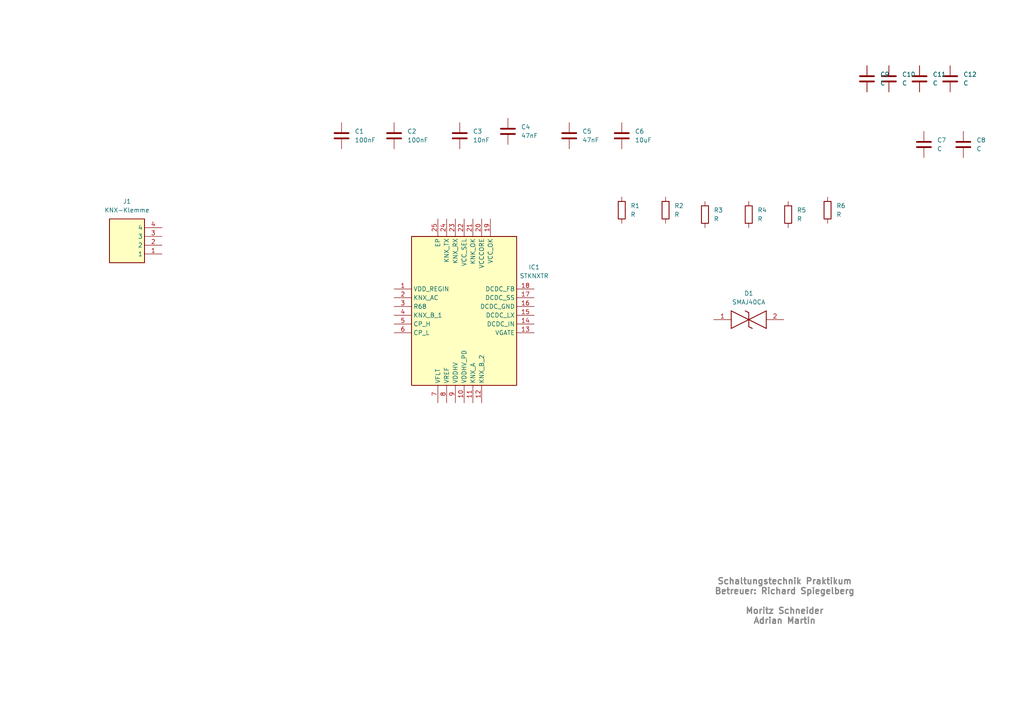
<source format=kicad_sch>
(kicad_sch
	(version 20231120)
	(generator "eeschema")
	(generator_version "8.0")
	(uuid "ce2f45a0-f645-4b9b-b4bd-a48359bbd591")
	(paper "A4")
	(lib_symbols
		(symbol "3-282836-2:3-282836-2"
			(exclude_from_sim no)
			(in_bom yes)
			(on_board yes)
			(property "Reference" "J"
				(at 16.51 7.62 0)
				(effects
					(font
						(size 1.27 1.27)
					)
					(justify left top)
				)
			)
			(property "Value" "3-282836-2"
				(at 16.51 5.08 0)
				(effects
					(font
						(size 1.27 1.27)
					)
					(justify left top)
				)
			)
			(property "Footprint" "3-282836-2"
				(at 16.51 -94.92 0)
				(effects
					(font
						(size 1.27 1.27)
					)
					(justify left top)
					(hide yes)
				)
			)
			(property "Datasheet" "https://www.te.com/commerce/DocumentDelivery/DDEController?Action=srchrtrv&DocNm=1-1773458-1_EURO_STYLE_QRG&DocType=Data+Sheet&DocLang=English&PartCntxt=3-282836-2&DocFormat=pdf"
				(at 16.51 -194.92 0)
				(effects
					(font
						(size 1.27 1.27)
					)
					(justify left top)
					(hide yes)
				)
			)
			(property "Description" "Fixed Terminal Blocks TERMI-BLOK PCB MOUNT 90 4P Ke"
				(at 0 0 0)
				(effects
					(font
						(size 1.27 1.27)
					)
					(hide yes)
				)
			)
			(property "Height" ""
				(at 16.51 -394.92 0)
				(effects
					(font
						(size 1.27 1.27)
					)
					(justify left top)
					(hide yes)
				)
			)
			(property "Manufacturer_Name" "TE Connectivity"
				(at 16.51 -494.92 0)
				(effects
					(font
						(size 1.27 1.27)
					)
					(justify left top)
					(hide yes)
				)
			)
			(property "Manufacturer_Part_Number" "3-282836-2"
				(at 16.51 -594.92 0)
				(effects
					(font
						(size 1.27 1.27)
					)
					(justify left top)
					(hide yes)
				)
			)
			(property "Mouser Part Number" "571-3-282836-2"
				(at 16.51 -694.92 0)
				(effects
					(font
						(size 1.27 1.27)
					)
					(justify left top)
					(hide yes)
				)
			)
			(property "Mouser Price/Stock" "https://www.mouser.co.uk/ProductDetail/TE-Connectivity/3-282836-2?qs=kTKVN3NWb5HKrHoMyUSSow%3D%3D"
				(at 16.51 -794.92 0)
				(effects
					(font
						(size 1.27 1.27)
					)
					(justify left top)
					(hide yes)
				)
			)
			(property "Arrow Part Number" "3-282836-2"
				(at 16.51 -894.92 0)
				(effects
					(font
						(size 1.27 1.27)
					)
					(justify left top)
					(hide yes)
				)
			)
			(property "Arrow Price/Stock" "https://www.arrow.com/en/products/3-282836-2/te-connectivity"
				(at 16.51 -994.92 0)
				(effects
					(font
						(size 1.27 1.27)
					)
					(justify left top)
					(hide yes)
				)
			)
			(symbol "3-282836-2_1_1"
				(rectangle
					(start 5.08 2.54)
					(end 15.24 -10.16)
					(stroke
						(width 0.254)
						(type default)
					)
					(fill
						(type background)
					)
				)
				(pin passive line
					(at 0 0 0)
					(length 5.08)
					(name "1"
						(effects
							(font
								(size 1.27 1.27)
							)
						)
					)
					(number "1"
						(effects
							(font
								(size 1.27 1.27)
							)
						)
					)
				)
				(pin passive line
					(at 0 -2.54 0)
					(length 5.08)
					(name "2"
						(effects
							(font
								(size 1.27 1.27)
							)
						)
					)
					(number "2"
						(effects
							(font
								(size 1.27 1.27)
							)
						)
					)
				)
				(pin passive line
					(at 0 -5.08 0)
					(length 5.08)
					(name "3"
						(effects
							(font
								(size 1.27 1.27)
							)
						)
					)
					(number "3"
						(effects
							(font
								(size 1.27 1.27)
							)
						)
					)
				)
				(pin passive line
					(at 0 -7.62 0)
					(length 5.08)
					(name "4"
						(effects
							(font
								(size 1.27 1.27)
							)
						)
					)
					(number "4"
						(effects
							(font
								(size 1.27 1.27)
							)
						)
					)
				)
			)
		)
		(symbol "Device:C"
			(pin_numbers hide)
			(pin_names
				(offset 0.254)
			)
			(exclude_from_sim no)
			(in_bom yes)
			(on_board yes)
			(property "Reference" "C"
				(at 0.635 2.54 0)
				(effects
					(font
						(size 1.27 1.27)
					)
					(justify left)
				)
			)
			(property "Value" "C"
				(at 0.635 -2.54 0)
				(effects
					(font
						(size 1.27 1.27)
					)
					(justify left)
				)
			)
			(property "Footprint" ""
				(at 0.9652 -3.81 0)
				(effects
					(font
						(size 1.27 1.27)
					)
					(hide yes)
				)
			)
			(property "Datasheet" "~"
				(at 0 0 0)
				(effects
					(font
						(size 1.27 1.27)
					)
					(hide yes)
				)
			)
			(property "Description" "Unpolarized capacitor"
				(at 0 0 0)
				(effects
					(font
						(size 1.27 1.27)
					)
					(hide yes)
				)
			)
			(property "ki_keywords" "cap capacitor"
				(at 0 0 0)
				(effects
					(font
						(size 1.27 1.27)
					)
					(hide yes)
				)
			)
			(property "ki_fp_filters" "C_*"
				(at 0 0 0)
				(effects
					(font
						(size 1.27 1.27)
					)
					(hide yes)
				)
			)
			(symbol "C_0_1"
				(polyline
					(pts
						(xy -2.032 -0.762) (xy 2.032 -0.762)
					)
					(stroke
						(width 0.508)
						(type default)
					)
					(fill
						(type none)
					)
				)
				(polyline
					(pts
						(xy -2.032 0.762) (xy 2.032 0.762)
					)
					(stroke
						(width 0.508)
						(type default)
					)
					(fill
						(type none)
					)
				)
			)
			(symbol "C_1_1"
				(pin passive line
					(at 0 3.81 270)
					(length 2.794)
					(name "~"
						(effects
							(font
								(size 1.27 1.27)
							)
						)
					)
					(number "1"
						(effects
							(font
								(size 1.27 1.27)
							)
						)
					)
				)
				(pin passive line
					(at 0 -3.81 90)
					(length 2.794)
					(name "~"
						(effects
							(font
								(size 1.27 1.27)
							)
						)
					)
					(number "2"
						(effects
							(font
								(size 1.27 1.27)
							)
						)
					)
				)
			)
		)
		(symbol "Device:R"
			(pin_numbers hide)
			(pin_names
				(offset 0)
			)
			(exclude_from_sim no)
			(in_bom yes)
			(on_board yes)
			(property "Reference" "R"
				(at 2.032 0 90)
				(effects
					(font
						(size 1.27 1.27)
					)
				)
			)
			(property "Value" "R"
				(at 0 0 90)
				(effects
					(font
						(size 1.27 1.27)
					)
				)
			)
			(property "Footprint" ""
				(at -1.778 0 90)
				(effects
					(font
						(size 1.27 1.27)
					)
					(hide yes)
				)
			)
			(property "Datasheet" "~"
				(at 0 0 0)
				(effects
					(font
						(size 1.27 1.27)
					)
					(hide yes)
				)
			)
			(property "Description" "Resistor"
				(at 0 0 0)
				(effects
					(font
						(size 1.27 1.27)
					)
					(hide yes)
				)
			)
			(property "ki_keywords" "R res resistor"
				(at 0 0 0)
				(effects
					(font
						(size 1.27 1.27)
					)
					(hide yes)
				)
			)
			(property "ki_fp_filters" "R_*"
				(at 0 0 0)
				(effects
					(font
						(size 1.27 1.27)
					)
					(hide yes)
				)
			)
			(symbol "R_0_1"
				(rectangle
					(start -1.016 -2.54)
					(end 1.016 2.54)
					(stroke
						(width 0.254)
						(type default)
					)
					(fill
						(type none)
					)
				)
			)
			(symbol "R_1_1"
				(pin passive line
					(at 0 3.81 270)
					(length 1.27)
					(name "~"
						(effects
							(font
								(size 1.27 1.27)
							)
						)
					)
					(number "1"
						(effects
							(font
								(size 1.27 1.27)
							)
						)
					)
				)
				(pin passive line
					(at 0 -3.81 90)
					(length 1.27)
					(name "~"
						(effects
							(font
								(size 1.27 1.27)
							)
						)
					)
					(number "2"
						(effects
							(font
								(size 1.27 1.27)
							)
						)
					)
				)
			)
		)
		(symbol "SMAJ40CA:SMAJ40CA"
			(pin_names hide)
			(exclude_from_sim no)
			(in_bom yes)
			(on_board yes)
			(property "Reference" "D"
				(at 12.7 8.89 0)
				(effects
					(font
						(size 1.27 1.27)
					)
					(justify left bottom)
				)
			)
			(property "Value" "SMAJ40CA"
				(at 12.7 6.35 0)
				(effects
					(font
						(size 1.27 1.27)
					)
					(justify left bottom)
				)
			)
			(property "Footprint" "DIONM5026X229N"
				(at 12.7 -93.65 0)
				(effects
					(font
						(size 1.27 1.27)
					)
					(justify left bottom)
					(hide yes)
				)
			)
			(property "Datasheet" "https://www.littelfuse.com/~/media/electronics/datasheets/tvs_diodes/littelfuse_tvs_diode_smaj_datasheet.pdf.pdf"
				(at 12.7 -193.65 0)
				(effects
					(font
						(size 1.27 1.27)
					)
					(justify left bottom)
					(hide yes)
				)
			)
			(property "Description" "Littelfuse SMAJ40CA, Bi-Directional TVS Diode, 400W, 2-Pin DO-214AC"
				(at 0 0 0)
				(effects
					(font
						(size 1.27 1.27)
					)
					(hide yes)
				)
			)
			(property "Height" "2.29"
				(at 12.7 -393.65 0)
				(effects
					(font
						(size 1.27 1.27)
					)
					(justify left bottom)
					(hide yes)
				)
			)
			(property "Manufacturer_Name" "LITTELFUSE"
				(at 12.7 -493.65 0)
				(effects
					(font
						(size 1.27 1.27)
					)
					(justify left bottom)
					(hide yes)
				)
			)
			(property "Manufacturer_Part_Number" "SMAJ40CA"
				(at 12.7 -593.65 0)
				(effects
					(font
						(size 1.27 1.27)
					)
					(justify left bottom)
					(hide yes)
				)
			)
			(property "Mouser Part Number" "576-SMAJ40CA"
				(at 12.7 -693.65 0)
				(effects
					(font
						(size 1.27 1.27)
					)
					(justify left bottom)
					(hide yes)
				)
			)
			(property "Mouser Price/Stock" "https://www.mouser.co.uk/ProductDetail/Littelfuse/SMAJ40CA?qs=HR2RnyOI4E5U5m64Acl0Sw%3D%3D"
				(at 12.7 -793.65 0)
				(effects
					(font
						(size 1.27 1.27)
					)
					(justify left bottom)
					(hide yes)
				)
			)
			(property "Arrow Part Number" "SMAJ40CA"
				(at 12.7 -893.65 0)
				(effects
					(font
						(size 1.27 1.27)
					)
					(justify left bottom)
					(hide yes)
				)
			)
			(property "Arrow Price/Stock" "https://www.arrow.com/en/products/smaj40ca/littelfuse?region=nac"
				(at 12.7 -993.65 0)
				(effects
					(font
						(size 1.27 1.27)
					)
					(justify left bottom)
					(hide yes)
				)
			)
			(symbol "SMAJ40CA_1_1"
				(polyline
					(pts
						(xy 5.08 2.54) (xy 5.08 -2.54)
					)
					(stroke
						(width 0.254)
						(type default)
					)
					(fill
						(type none)
					)
				)
				(polyline
					(pts
						(xy 5.08 2.54) (xy 10.16 0)
					)
					(stroke
						(width 0.254)
						(type default)
					)
					(fill
						(type none)
					)
				)
				(polyline
					(pts
						(xy 9.144 2.54) (xy 10.16 2.032)
					)
					(stroke
						(width 0.254)
						(type default)
					)
					(fill
						(type none)
					)
				)
				(polyline
					(pts
						(xy 10.16 -2.032) (xy 10.16 2.032)
					)
					(stroke
						(width 0.254)
						(type default)
					)
					(fill
						(type none)
					)
				)
				(polyline
					(pts
						(xy 10.16 -2.032) (xy 11.176 -2.54)
					)
					(stroke
						(width 0.254)
						(type default)
					)
					(fill
						(type none)
					)
				)
				(polyline
					(pts
						(xy 10.16 0) (xy 5.08 -2.54)
					)
					(stroke
						(width 0.254)
						(type default)
					)
					(fill
						(type none)
					)
				)
				(polyline
					(pts
						(xy 10.16 0) (xy 15.24 -2.54)
					)
					(stroke
						(width 0.254)
						(type default)
					)
					(fill
						(type none)
					)
				)
				(polyline
					(pts
						(xy 15.24 2.54) (xy 10.16 0)
					)
					(stroke
						(width 0.254)
						(type default)
					)
					(fill
						(type none)
					)
				)
				(polyline
					(pts
						(xy 15.24 2.54) (xy 15.24 -2.54)
					)
					(stroke
						(width 0.254)
						(type default)
					)
					(fill
						(type none)
					)
				)
				(pin passive line
					(at 0 0 0)
					(length 5.08)
					(name "1"
						(effects
							(font
								(size 1.27 1.27)
							)
						)
					)
					(number "1"
						(effects
							(font
								(size 1.27 1.27)
							)
						)
					)
				)
				(pin passive line
					(at 20.32 0 180)
					(length 5.08)
					(name "2"
						(effects
							(font
								(size 1.27 1.27)
							)
						)
					)
					(number "2"
						(effects
							(font
								(size 1.27 1.27)
							)
						)
					)
				)
			)
		)
		(symbol "STKNXTR:STKNXTR"
			(exclude_from_sim no)
			(in_bom yes)
			(on_board yes)
			(property "Reference" "IC"
				(at 36.83 20.32 0)
				(effects
					(font
						(size 1.27 1.27)
					)
					(justify left top)
				)
			)
			(property "Value" "STKNXTR"
				(at 36.83 17.78 0)
				(effects
					(font
						(size 1.27 1.27)
					)
					(justify left top)
				)
			)
			(property "Footprint" "QFN50P400X400X100-25N-D"
				(at 36.83 -82.22 0)
				(effects
					(font
						(size 1.27 1.27)
					)
					(justify left top)
					(hide yes)
				)
			)
			(property "Datasheet" "http://www.st.com/content/ccc/resource/technical/document/datasheet/group3/f0/37/6c/65/42/cd/4e/da/DM00454674/files/DM00454674.pdf/jcr:content/translations/en.DM00454674.pdf"
				(at 36.83 -182.22 0)
				(effects
					(font
						(size 1.27 1.27)
					)
					(justify left top)
					(hide yes)
				)
			)
			(property "Description" "STMICROELECTRONICS - STKNXTR - ETHERNET TRANSCEIVER, 9.6KBAUD, VFQFPN24"
				(at 0 0 0)
				(effects
					(font
						(size 1.27 1.27)
					)
					(hide yes)
				)
			)
			(property "Height" "1"
				(at 36.83 -382.22 0)
				(effects
					(font
						(size 1.27 1.27)
					)
					(justify left top)
					(hide yes)
				)
			)
			(property "Manufacturer_Name" "STMicroelectronics"
				(at 36.83 -482.22 0)
				(effects
					(font
						(size 1.27 1.27)
					)
					(justify left top)
					(hide yes)
				)
			)
			(property "Manufacturer_Part_Number" "STKNXTR"
				(at 36.83 -582.22 0)
				(effects
					(font
						(size 1.27 1.27)
					)
					(justify left top)
					(hide yes)
				)
			)
			(property "Mouser Part Number" "511-STKNXTR"
				(at 36.83 -682.22 0)
				(effects
					(font
						(size 1.27 1.27)
					)
					(justify left top)
					(hide yes)
				)
			)
			(property "Mouser Price/Stock" "https://www.mouser.co.uk/ProductDetail/STMicroelectronics/STKNXTR?qs=lYGu3FyN48cC0CqtOx84%252BQ%3D%3D"
				(at 36.83 -782.22 0)
				(effects
					(font
						(size 1.27 1.27)
					)
					(justify left top)
					(hide yes)
				)
			)
			(property "Arrow Part Number" "STKNXTR"
				(at 36.83 -882.22 0)
				(effects
					(font
						(size 1.27 1.27)
					)
					(justify left top)
					(hide yes)
				)
			)
			(property "Arrow Price/Stock" "https://www.arrow.com/en/products/stknxtr/stmicroelectronics?region=nac"
				(at 36.83 -982.22 0)
				(effects
					(font
						(size 1.27 1.27)
					)
					(justify left top)
					(hide yes)
				)
			)
			(symbol "STKNXTR_1_1"
				(rectangle
					(start 5.08 15.24)
					(end 35.56 -27.94)
					(stroke
						(width 0.254)
						(type default)
					)
					(fill
						(type background)
					)
				)
				(pin passive line
					(at 0 0 0)
					(length 5.08)
					(name "VDD_REGIN"
						(effects
							(font
								(size 1.27 1.27)
							)
						)
					)
					(number "1"
						(effects
							(font
								(size 1.27 1.27)
							)
						)
					)
				)
				(pin passive line
					(at 20.32 -33.02 90)
					(length 5.08)
					(name "VDDHV_PD"
						(effects
							(font
								(size 1.27 1.27)
							)
						)
					)
					(number "10"
						(effects
							(font
								(size 1.27 1.27)
							)
						)
					)
				)
				(pin passive line
					(at 22.86 -33.02 90)
					(length 5.08)
					(name "KNX_A"
						(effects
							(font
								(size 1.27 1.27)
							)
						)
					)
					(number "11"
						(effects
							(font
								(size 1.27 1.27)
							)
						)
					)
				)
				(pin passive line
					(at 25.4 -33.02 90)
					(length 5.08)
					(name "KNX_B_2"
						(effects
							(font
								(size 1.27 1.27)
							)
						)
					)
					(number "12"
						(effects
							(font
								(size 1.27 1.27)
							)
						)
					)
				)
				(pin passive line
					(at 40.64 -12.7 180)
					(length 5.08)
					(name "VGATE"
						(effects
							(font
								(size 1.27 1.27)
							)
						)
					)
					(number "13"
						(effects
							(font
								(size 1.27 1.27)
							)
						)
					)
				)
				(pin passive line
					(at 40.64 -10.16 180)
					(length 5.08)
					(name "DCDC_IN"
						(effects
							(font
								(size 1.27 1.27)
							)
						)
					)
					(number "14"
						(effects
							(font
								(size 1.27 1.27)
							)
						)
					)
				)
				(pin passive line
					(at 40.64 -7.62 180)
					(length 5.08)
					(name "DCDC_LX"
						(effects
							(font
								(size 1.27 1.27)
							)
						)
					)
					(number "15"
						(effects
							(font
								(size 1.27 1.27)
							)
						)
					)
				)
				(pin passive line
					(at 40.64 -5.08 180)
					(length 5.08)
					(name "DCDC_GND"
						(effects
							(font
								(size 1.27 1.27)
							)
						)
					)
					(number "16"
						(effects
							(font
								(size 1.27 1.27)
							)
						)
					)
				)
				(pin passive line
					(at 40.64 -2.54 180)
					(length 5.08)
					(name "DCDC_SS"
						(effects
							(font
								(size 1.27 1.27)
							)
						)
					)
					(number "17"
						(effects
							(font
								(size 1.27 1.27)
							)
						)
					)
				)
				(pin passive line
					(at 40.64 0 180)
					(length 5.08)
					(name "DCDC_FB"
						(effects
							(font
								(size 1.27 1.27)
							)
						)
					)
					(number "18"
						(effects
							(font
								(size 1.27 1.27)
							)
						)
					)
				)
				(pin passive line
					(at 27.94 20.32 270)
					(length 5.08)
					(name "VCC_OK"
						(effects
							(font
								(size 1.27 1.27)
							)
						)
					)
					(number "19"
						(effects
							(font
								(size 1.27 1.27)
							)
						)
					)
				)
				(pin passive line
					(at 0 -2.54 0)
					(length 5.08)
					(name "KNX_AC"
						(effects
							(font
								(size 1.27 1.27)
							)
						)
					)
					(number "2"
						(effects
							(font
								(size 1.27 1.27)
							)
						)
					)
				)
				(pin passive line
					(at 25.4 20.32 270)
					(length 5.08)
					(name "VCCCORE"
						(effects
							(font
								(size 1.27 1.27)
							)
						)
					)
					(number "20"
						(effects
							(font
								(size 1.27 1.27)
							)
						)
					)
				)
				(pin passive line
					(at 22.86 20.32 270)
					(length 5.08)
					(name "KNK_OK"
						(effects
							(font
								(size 1.27 1.27)
							)
						)
					)
					(number "21"
						(effects
							(font
								(size 1.27 1.27)
							)
						)
					)
				)
				(pin passive line
					(at 20.32 20.32 270)
					(length 5.08)
					(name "VCC_SEL"
						(effects
							(font
								(size 1.27 1.27)
							)
						)
					)
					(number "22"
						(effects
							(font
								(size 1.27 1.27)
							)
						)
					)
				)
				(pin passive line
					(at 17.78 20.32 270)
					(length 5.08)
					(name "KNX_RX"
						(effects
							(font
								(size 1.27 1.27)
							)
						)
					)
					(number "23"
						(effects
							(font
								(size 1.27 1.27)
							)
						)
					)
				)
				(pin passive line
					(at 15.24 20.32 270)
					(length 5.08)
					(name "KNX_TX"
						(effects
							(font
								(size 1.27 1.27)
							)
						)
					)
					(number "24"
						(effects
							(font
								(size 1.27 1.27)
							)
						)
					)
				)
				(pin passive line
					(at 12.7 20.32 270)
					(length 5.08)
					(name "EP"
						(effects
							(font
								(size 1.27 1.27)
							)
						)
					)
					(number "25"
						(effects
							(font
								(size 1.27 1.27)
							)
						)
					)
				)
				(pin passive line
					(at 0 -5.08 0)
					(length 5.08)
					(name "R68"
						(effects
							(font
								(size 1.27 1.27)
							)
						)
					)
					(number "3"
						(effects
							(font
								(size 1.27 1.27)
							)
						)
					)
				)
				(pin passive line
					(at 0 -7.62 0)
					(length 5.08)
					(name "KNX_B_1"
						(effects
							(font
								(size 1.27 1.27)
							)
						)
					)
					(number "4"
						(effects
							(font
								(size 1.27 1.27)
							)
						)
					)
				)
				(pin passive line
					(at 0 -10.16 0)
					(length 5.08)
					(name "CP_H"
						(effects
							(font
								(size 1.27 1.27)
							)
						)
					)
					(number "5"
						(effects
							(font
								(size 1.27 1.27)
							)
						)
					)
				)
				(pin passive line
					(at 0 -12.7 0)
					(length 5.08)
					(name "CP_L"
						(effects
							(font
								(size 1.27 1.27)
							)
						)
					)
					(number "6"
						(effects
							(font
								(size 1.27 1.27)
							)
						)
					)
				)
				(pin passive line
					(at 12.7 -33.02 90)
					(length 5.08)
					(name "VFLT"
						(effects
							(font
								(size 1.27 1.27)
							)
						)
					)
					(number "7"
						(effects
							(font
								(size 1.27 1.27)
							)
						)
					)
				)
				(pin passive line
					(at 15.24 -33.02 90)
					(length 5.08)
					(name "VREF"
						(effects
							(font
								(size 1.27 1.27)
							)
						)
					)
					(number "8"
						(effects
							(font
								(size 1.27 1.27)
							)
						)
					)
				)
				(pin passive line
					(at 17.78 -33.02 90)
					(length 5.08)
					(name "VDDHV"
						(effects
							(font
								(size 1.27 1.27)
							)
						)
					)
					(number "9"
						(effects
							(font
								(size 1.27 1.27)
							)
						)
					)
				)
			)
		)
	)
	(text "Schaltungstechnik Praktikum\nBetreuer: Richard Spiegelberg\n\nMoritz Schneider\nAdrian Martin"
		(exclude_from_sim no)
		(at 227.584 174.498 0)
		(effects
			(font
				(size 1.778 1.778)
				(thickness 0.3556)
				(bold yes)
				(color 132 132 132 1)
			)
		)
		(uuid "48abd986-3810-4bdc-8a4a-36d93927314a")
	)
	(symbol
		(lib_id "Device:C")
		(at 147.32 38.1 0)
		(unit 1)
		(exclude_from_sim no)
		(in_bom yes)
		(on_board yes)
		(dnp no)
		(fields_autoplaced yes)
		(uuid "01a38500-8e29-4eef-8791-71bff9afa70a")
		(property "Reference" "C4"
			(at 151.13 36.8299 0)
			(effects
				(font
					(size 1.27 1.27)
				)
				(justify left)
			)
		)
		(property "Value" "47nF"
			(at 151.13 39.3699 0)
			(effects
				(font
					(size 1.27 1.27)
				)
				(justify left)
			)
		)
		(property "Footprint" ""
			(at 148.2852 41.91 0)
			(effects
				(font
					(size 1.27 1.27)
				)
				(hide yes)
			)
		)
		(property "Datasheet" "~"
			(at 147.32 38.1 0)
			(effects
				(font
					(size 1.27 1.27)
				)
				(hide yes)
			)
		)
		(property "Description" "Unpolarized capacitor"
			(at 147.32 38.1 0)
			(effects
				(font
					(size 1.27 1.27)
				)
				(hide yes)
			)
		)
		(pin "1"
			(uuid "04e65808-d9d8-4e3b-b914-fbac3004d385")
		)
		(pin "2"
			(uuid "46564938-eb5f-4f26-8f07-d22efa8b51bf")
		)
		(instances
			(project "WaterlevelSensoring"
				(path "/58fa4baf-198f-4497-85e2-76fdef312f16/d943c0be-4ed5-428f-9632-9d4ba5e4cf22"
					(reference "C4")
					(unit 1)
				)
			)
		)
	)
	(symbol
		(lib_id "Device:R")
		(at 204.47 62.23 0)
		(unit 1)
		(exclude_from_sim no)
		(in_bom yes)
		(on_board yes)
		(dnp no)
		(fields_autoplaced yes)
		(uuid "0cb292a8-f2f4-4942-8954-16f2cbb48d53")
		(property "Reference" "R3"
			(at 207.01 60.9599 0)
			(effects
				(font
					(size 1.27 1.27)
				)
				(justify left)
			)
		)
		(property "Value" "R"
			(at 207.01 63.4999 0)
			(effects
				(font
					(size 1.27 1.27)
				)
				(justify left)
			)
		)
		(property "Footprint" ""
			(at 202.692 62.23 90)
			(effects
				(font
					(size 1.27 1.27)
				)
				(hide yes)
			)
		)
		(property "Datasheet" "~"
			(at 204.47 62.23 0)
			(effects
				(font
					(size 1.27 1.27)
				)
				(hide yes)
			)
		)
		(property "Description" "Resistor"
			(at 204.47 62.23 0)
			(effects
				(font
					(size 1.27 1.27)
				)
				(hide yes)
			)
		)
		(pin "1"
			(uuid "8deb5972-55cc-41e5-9d53-0092dcca6088")
		)
		(pin "2"
			(uuid "c231990b-a6e9-4432-8a29-da083174a116")
		)
		(instances
			(project "WaterlevelSensoring"
				(path "/58fa4baf-198f-4497-85e2-76fdef312f16/d943c0be-4ed5-428f-9632-9d4ba5e4cf22"
					(reference "R3")
					(unit 1)
				)
			)
		)
	)
	(symbol
		(lib_id "Device:R")
		(at 217.17 62.23 0)
		(unit 1)
		(exclude_from_sim no)
		(in_bom yes)
		(on_board yes)
		(dnp no)
		(fields_autoplaced yes)
		(uuid "0ec0e8a3-922d-4c95-803f-9c3cd8c622c9")
		(property "Reference" "R4"
			(at 219.71 60.9599 0)
			(effects
				(font
					(size 1.27 1.27)
				)
				(justify left)
			)
		)
		(property "Value" "R"
			(at 219.71 63.4999 0)
			(effects
				(font
					(size 1.27 1.27)
				)
				(justify left)
			)
		)
		(property "Footprint" ""
			(at 215.392 62.23 90)
			(effects
				(font
					(size 1.27 1.27)
				)
				(hide yes)
			)
		)
		(property "Datasheet" "~"
			(at 217.17 62.23 0)
			(effects
				(font
					(size 1.27 1.27)
				)
				(hide yes)
			)
		)
		(property "Description" "Resistor"
			(at 217.17 62.23 0)
			(effects
				(font
					(size 1.27 1.27)
				)
				(hide yes)
			)
		)
		(pin "1"
			(uuid "8deb5972-55cc-41e5-9d53-0092dcca6088")
		)
		(pin "2"
			(uuid "c231990b-a6e9-4432-8a29-da083174a116")
		)
		(instances
			(project "WaterlevelSensoring"
				(path "/58fa4baf-198f-4497-85e2-76fdef312f16/d943c0be-4ed5-428f-9632-9d4ba5e4cf22"
					(reference "R4")
					(unit 1)
				)
			)
		)
	)
	(symbol
		(lib_id "Device:C")
		(at 133.35 39.37 0)
		(unit 1)
		(exclude_from_sim no)
		(in_bom yes)
		(on_board yes)
		(dnp no)
		(fields_autoplaced yes)
		(uuid "20f80494-4525-4c27-8774-514b0a8b735d")
		(property "Reference" "C3"
			(at 137.16 38.0999 0)
			(effects
				(font
					(size 1.27 1.27)
				)
				(justify left)
			)
		)
		(property "Value" "10nF"
			(at 137.16 40.6399 0)
			(effects
				(font
					(size 1.27 1.27)
				)
				(justify left)
			)
		)
		(property "Footprint" ""
			(at 134.3152 43.18 0)
			(effects
				(font
					(size 1.27 1.27)
				)
				(hide yes)
			)
		)
		(property "Datasheet" "~"
			(at 133.35 39.37 0)
			(effects
				(font
					(size 1.27 1.27)
				)
				(hide yes)
			)
		)
		(property "Description" "Unpolarized capacitor"
			(at 133.35 39.37 0)
			(effects
				(font
					(size 1.27 1.27)
				)
				(hide yes)
			)
		)
		(pin "1"
			(uuid "04e65808-d9d8-4e3b-b914-fbac3004d385")
		)
		(pin "2"
			(uuid "46564938-eb5f-4f26-8f07-d22efa8b51bf")
		)
		(instances
			(project "WaterlevelSensoring"
				(path "/58fa4baf-198f-4497-85e2-76fdef312f16/d943c0be-4ed5-428f-9632-9d4ba5e4cf22"
					(reference "C3")
					(unit 1)
				)
			)
		)
	)
	(symbol
		(lib_id "Device:C")
		(at 257.81 22.86 0)
		(unit 1)
		(exclude_from_sim no)
		(in_bom yes)
		(on_board yes)
		(dnp no)
		(fields_autoplaced yes)
		(uuid "23e8ef4b-db85-4239-8241-f9cfc0ba50cf")
		(property "Reference" "C10"
			(at 261.62 21.5899 0)
			(effects
				(font
					(size 1.27 1.27)
				)
				(justify left)
			)
		)
		(property "Value" "C"
			(at 261.62 24.1299 0)
			(effects
				(font
					(size 1.27 1.27)
				)
				(justify left)
			)
		)
		(property "Footprint" ""
			(at 258.7752 26.67 0)
			(effects
				(font
					(size 1.27 1.27)
				)
				(hide yes)
			)
		)
		(property "Datasheet" "~"
			(at 257.81 22.86 0)
			(effects
				(font
					(size 1.27 1.27)
				)
				(hide yes)
			)
		)
		(property "Description" "Unpolarized capacitor"
			(at 257.81 22.86 0)
			(effects
				(font
					(size 1.27 1.27)
				)
				(hide yes)
			)
		)
		(pin "2"
			(uuid "004b2957-b286-4803-98cf-152d4fabce44")
		)
		(pin "1"
			(uuid "67fb15c3-a78d-4caa-8463-7f65ee8aca09")
		)
		(instances
			(project "WaterlevelSensoring"
				(path "/58fa4baf-198f-4497-85e2-76fdef312f16/d943c0be-4ed5-428f-9632-9d4ba5e4cf22"
					(reference "C10")
					(unit 1)
				)
			)
		)
	)
	(symbol
		(lib_id "3-282836-2:3-282836-2")
		(at 46.99 73.66 180)
		(unit 1)
		(exclude_from_sim no)
		(in_bom yes)
		(on_board yes)
		(dnp no)
		(fields_autoplaced yes)
		(uuid "39b954e2-c179-4c8e-9d79-b073ce2a53f8")
		(property "Reference" "J1"
			(at 36.83 58.42 0)
			(effects
				(font
					(size 1.27 1.27)
				)
			)
		)
		(property "Value" "KNX-Klemme"
			(at 36.83 60.96 0)
			(effects
				(font
					(size 1.27 1.27)
				)
			)
		)
		(property "Footprint" "3-282836-2"
			(at 30.48 -21.26 0)
			(effects
				(font
					(size 1.27 1.27)
				)
				(justify left top)
				(hide yes)
			)
		)
		(property "Datasheet" "https://www.te.com/commerce/DocumentDelivery/DDEController?Action=srchrtrv&DocNm=1-1773458-1_EURO_STYLE_QRG&DocType=Data+Sheet&DocLang=English&PartCntxt=3-282836-2&DocFormat=pdf"
			(at 30.48 -121.26 0)
			(effects
				(font
					(size 1.27 1.27)
				)
				(justify left top)
				(hide yes)
			)
		)
		(property "Description" "Fixed Terminal Blocks TERMI-BLOK PCB MOUNT 90 4P Ke"
			(at 46.99 73.66 0)
			(effects
				(font
					(size 1.27 1.27)
				)
				(hide yes)
			)
		)
		(property "Height" ""
			(at 30.48 -321.26 0)
			(effects
				(font
					(size 1.27 1.27)
				)
				(justify left top)
				(hide yes)
			)
		)
		(property "Manufacturer_Name" "TE Connectivity"
			(at 30.48 -421.26 0)
			(effects
				(font
					(size 1.27 1.27)
				)
				(justify left top)
				(hide yes)
			)
		)
		(property "Manufacturer_Part_Number" "3-282836-2"
			(at 30.48 -521.26 0)
			(effects
				(font
					(size 1.27 1.27)
				)
				(justify left top)
				(hide yes)
			)
		)
		(property "Mouser Part Number" "571-3-282836-2"
			(at 30.48 -621.26 0)
			(effects
				(font
					(size 1.27 1.27)
				)
				(justify left top)
				(hide yes)
			)
		)
		(property "Mouser Price/Stock" "https://www.mouser.co.uk/ProductDetail/TE-Connectivity/3-282836-2?qs=kTKVN3NWb5HKrHoMyUSSow%3D%3D"
			(at 30.48 -721.26 0)
			(effects
				(font
					(size 1.27 1.27)
				)
				(justify left top)
				(hide yes)
			)
		)
		(property "Arrow Part Number" "3-282836-2"
			(at 30.48 -821.26 0)
			(effects
				(font
					(size 1.27 1.27)
				)
				(justify left top)
				(hide yes)
			)
		)
		(property "Arrow Price/Stock" "https://www.arrow.com/en/products/3-282836-2/te-connectivity"
			(at 30.48 -921.26 0)
			(effects
				(font
					(size 1.27 1.27)
				)
				(justify left top)
				(hide yes)
			)
		)
		(pin "1"
			(uuid "325d4aed-f604-4e76-865d-0ba0fde778dc")
		)
		(pin "4"
			(uuid "30607532-abf6-4ece-99e5-cea7971dccda")
		)
		(pin "3"
			(uuid "c7474939-4408-42cb-ba60-43382dc1fc5c")
		)
		(pin "2"
			(uuid "d85889ac-b23d-4335-977d-9a9500120388")
		)
		(instances
			(project "WaterlevelSensoring"
				(path "/58fa4baf-198f-4497-85e2-76fdef312f16/d943c0be-4ed5-428f-9632-9d4ba5e4cf22"
					(reference "J1")
					(unit 1)
				)
			)
		)
	)
	(symbol
		(lib_id "Device:R")
		(at 228.6 62.23 0)
		(unit 1)
		(exclude_from_sim no)
		(in_bom yes)
		(on_board yes)
		(dnp no)
		(fields_autoplaced yes)
		(uuid "544ecf2a-16c1-41d3-8dda-5036a8e5864c")
		(property "Reference" "R5"
			(at 231.14 60.9599 0)
			(effects
				(font
					(size 1.27 1.27)
				)
				(justify left)
			)
		)
		(property "Value" "R"
			(at 231.14 63.4999 0)
			(effects
				(font
					(size 1.27 1.27)
				)
				(justify left)
			)
		)
		(property "Footprint" ""
			(at 226.822 62.23 90)
			(effects
				(font
					(size 1.27 1.27)
				)
				(hide yes)
			)
		)
		(property "Datasheet" "~"
			(at 228.6 62.23 0)
			(effects
				(font
					(size 1.27 1.27)
				)
				(hide yes)
			)
		)
		(property "Description" "Resistor"
			(at 228.6 62.23 0)
			(effects
				(font
					(size 1.27 1.27)
				)
				(hide yes)
			)
		)
		(pin "1"
			(uuid "8deb5972-55cc-41e5-9d53-0092dcca6088")
		)
		(pin "2"
			(uuid "c231990b-a6e9-4432-8a29-da083174a116")
		)
		(instances
			(project "WaterlevelSensoring"
				(path "/58fa4baf-198f-4497-85e2-76fdef312f16/d943c0be-4ed5-428f-9632-9d4ba5e4cf22"
					(reference "R5")
					(unit 1)
				)
			)
		)
	)
	(symbol
		(lib_id "Device:C")
		(at 165.1 39.37 0)
		(unit 1)
		(exclude_from_sim no)
		(in_bom yes)
		(on_board yes)
		(dnp no)
		(fields_autoplaced yes)
		(uuid "59c13d49-f070-4d5c-a0c5-69a8eda66f86")
		(property "Reference" "C5"
			(at 168.91 38.0999 0)
			(effects
				(font
					(size 1.27 1.27)
				)
				(justify left)
			)
		)
		(property "Value" "47nF"
			(at 168.91 40.6399 0)
			(effects
				(font
					(size 1.27 1.27)
				)
				(justify left)
			)
		)
		(property "Footprint" ""
			(at 166.0652 43.18 0)
			(effects
				(font
					(size 1.27 1.27)
				)
				(hide yes)
			)
		)
		(property "Datasheet" "~"
			(at 165.1 39.37 0)
			(effects
				(font
					(size 1.27 1.27)
				)
				(hide yes)
			)
		)
		(property "Description" "Unpolarized capacitor"
			(at 165.1 39.37 0)
			(effects
				(font
					(size 1.27 1.27)
				)
				(hide yes)
			)
		)
		(pin "1"
			(uuid "04e65808-d9d8-4e3b-b914-fbac3004d385")
		)
		(pin "2"
			(uuid "46564938-eb5f-4f26-8f07-d22efa8b51bf")
		)
		(instances
			(project "WaterlevelSensoring"
				(path "/58fa4baf-198f-4497-85e2-76fdef312f16/d943c0be-4ed5-428f-9632-9d4ba5e4cf22"
					(reference "C5")
					(unit 1)
				)
			)
		)
	)
	(symbol
		(lib_id "Device:C")
		(at 266.7 22.86 0)
		(unit 1)
		(exclude_from_sim no)
		(in_bom yes)
		(on_board yes)
		(dnp no)
		(fields_autoplaced yes)
		(uuid "5ccd47e6-d486-470f-b990-76996acff35b")
		(property "Reference" "C11"
			(at 270.51 21.5899 0)
			(effects
				(font
					(size 1.27 1.27)
				)
				(justify left)
			)
		)
		(property "Value" "C"
			(at 270.51 24.1299 0)
			(effects
				(font
					(size 1.27 1.27)
				)
				(justify left)
			)
		)
		(property "Footprint" ""
			(at 267.6652 26.67 0)
			(effects
				(font
					(size 1.27 1.27)
				)
				(hide yes)
			)
		)
		(property "Datasheet" "~"
			(at 266.7 22.86 0)
			(effects
				(font
					(size 1.27 1.27)
				)
				(hide yes)
			)
		)
		(property "Description" "Unpolarized capacitor"
			(at 266.7 22.86 0)
			(effects
				(font
					(size 1.27 1.27)
				)
				(hide yes)
			)
		)
		(pin "2"
			(uuid "004b2957-b286-4803-98cf-152d4fabce44")
		)
		(pin "1"
			(uuid "67fb15c3-a78d-4caa-8463-7f65ee8aca09")
		)
		(instances
			(project "WaterlevelSensoring"
				(path "/58fa4baf-198f-4497-85e2-76fdef312f16/d943c0be-4ed5-428f-9632-9d4ba5e4cf22"
					(reference "C11")
					(unit 1)
				)
			)
		)
	)
	(symbol
		(lib_id "Device:R")
		(at 240.03 60.96 0)
		(unit 1)
		(exclude_from_sim no)
		(in_bom yes)
		(on_board yes)
		(dnp no)
		(fields_autoplaced yes)
		(uuid "733eceee-e8e8-443f-bde7-9d4bca07f27b")
		(property "Reference" "R6"
			(at 242.57 59.6899 0)
			(effects
				(font
					(size 1.27 1.27)
				)
				(justify left)
			)
		)
		(property "Value" "R"
			(at 242.57 62.2299 0)
			(effects
				(font
					(size 1.27 1.27)
				)
				(justify left)
			)
		)
		(property "Footprint" ""
			(at 238.252 60.96 90)
			(effects
				(font
					(size 1.27 1.27)
				)
				(hide yes)
			)
		)
		(property "Datasheet" "~"
			(at 240.03 60.96 0)
			(effects
				(font
					(size 1.27 1.27)
				)
				(hide yes)
			)
		)
		(property "Description" "Resistor"
			(at 240.03 60.96 0)
			(effects
				(font
					(size 1.27 1.27)
				)
				(hide yes)
			)
		)
		(pin "1"
			(uuid "8deb5972-55cc-41e5-9d53-0092dcca6088")
		)
		(pin "2"
			(uuid "c231990b-a6e9-4432-8a29-da083174a116")
		)
		(instances
			(project "WaterlevelSensoring"
				(path "/58fa4baf-198f-4497-85e2-76fdef312f16/d943c0be-4ed5-428f-9632-9d4ba5e4cf22"
					(reference "R6")
					(unit 1)
				)
			)
		)
	)
	(symbol
		(lib_id "Device:C")
		(at 267.97 41.91 0)
		(unit 1)
		(exclude_from_sim no)
		(in_bom yes)
		(on_board yes)
		(dnp no)
		(fields_autoplaced yes)
		(uuid "73bdcf7e-9ab6-4866-b386-b4bb5d04dd34")
		(property "Reference" "C7"
			(at 271.78 40.6399 0)
			(effects
				(font
					(size 1.27 1.27)
				)
				(justify left)
			)
		)
		(property "Value" "C"
			(at 271.78 43.1799 0)
			(effects
				(font
					(size 1.27 1.27)
				)
				(justify left)
			)
		)
		(property "Footprint" ""
			(at 268.9352 45.72 0)
			(effects
				(font
					(size 1.27 1.27)
				)
				(hide yes)
			)
		)
		(property "Datasheet" "~"
			(at 267.97 41.91 0)
			(effects
				(font
					(size 1.27 1.27)
				)
				(hide yes)
			)
		)
		(property "Description" "Unpolarized capacitor"
			(at 267.97 41.91 0)
			(effects
				(font
					(size 1.27 1.27)
				)
				(hide yes)
			)
		)
		(pin "2"
			(uuid "58d8b690-fcab-4c6f-b399-994b11a705b0")
		)
		(pin "1"
			(uuid "8fe27289-cf27-4118-ab12-6448f7f5a355")
		)
		(instances
			(project "WaterlevelSensoring"
				(path "/58fa4baf-198f-4497-85e2-76fdef312f16/d943c0be-4ed5-428f-9632-9d4ba5e4cf22"
					(reference "C7")
					(unit 1)
				)
			)
		)
	)
	(symbol
		(lib_id "STKNXTR:STKNXTR")
		(at 114.3 83.82 0)
		(unit 1)
		(exclude_from_sim no)
		(in_bom yes)
		(on_board yes)
		(dnp no)
		(fields_autoplaced yes)
		(uuid "a1bba383-c592-47de-9abe-3c6aaa0e33b2")
		(property "Reference" "IC1"
			(at 154.94 77.5014 0)
			(effects
				(font
					(size 1.27 1.27)
				)
			)
		)
		(property "Value" "STKNXTR"
			(at 154.94 80.0414 0)
			(effects
				(font
					(size 1.27 1.27)
				)
			)
		)
		(property "Footprint" "footprints:QFN50P400X400X100-25N-D"
			(at 151.13 166.04 0)
			(effects
				(font
					(size 1.27 1.27)
				)
				(justify left top)
				(hide yes)
			)
		)
		(property "Datasheet" "http://www.st.com/content/ccc/resource/technical/document/datasheet/group3/f0/37/6c/65/42/cd/4e/da/DM00454674/files/DM00454674.pdf/jcr:content/translations/en.DM00454674.pdf"
			(at 151.13 266.04 0)
			(effects
				(font
					(size 1.27 1.27)
				)
				(justify left top)
				(hide yes)
			)
		)
		(property "Description" "STMICROELECTRONICS - STKNXTR - ETHERNET TRANSCEIVER, 9.6KBAUD, VFQFPN24"
			(at 114.3 83.82 0)
			(effects
				(font
					(size 1.27 1.27)
				)
				(hide yes)
			)
		)
		(property "Height" "1"
			(at 151.13 466.04 0)
			(effects
				(font
					(size 1.27 1.27)
				)
				(justify left top)
				(hide yes)
			)
		)
		(property "Manufacturer_Name" "STMicroelectronics"
			(at 151.13 566.04 0)
			(effects
				(font
					(size 1.27 1.27)
				)
				(justify left top)
				(hide yes)
			)
		)
		(property "Manufacturer_Part_Number" "STKNXTR"
			(at 151.13 666.04 0)
			(effects
				(font
					(size 1.27 1.27)
				)
				(justify left top)
				(hide yes)
			)
		)
		(property "Mouser Part Number" "511-STKNXTR"
			(at 151.13 766.04 0)
			(effects
				(font
					(size 1.27 1.27)
				)
				(justify left top)
				(hide yes)
			)
		)
		(property "Mouser Price/Stock" "https://www.mouser.co.uk/ProductDetail/STMicroelectronics/STKNXTR?qs=lYGu3FyN48cC0CqtOx84%252BQ%3D%3D"
			(at 151.13 866.04 0)
			(effects
				(font
					(size 1.27 1.27)
				)
				(justify left top)
				(hide yes)
			)
		)
		(property "Arrow Part Number" "STKNXTR"
			(at 151.13 966.04 0)
			(effects
				(font
					(size 1.27 1.27)
				)
				(justify left top)
				(hide yes)
			)
		)
		(property "Arrow Price/Stock" "https://www.arrow.com/en/products/stknxtr/stmicroelectronics?region=nac"
			(at 151.13 1066.04 0)
			(effects
				(font
					(size 1.27 1.27)
				)
				(justify left top)
				(hide yes)
			)
		)
		(pin "13"
			(uuid "422e212f-1b0c-42f4-8fc3-28935a979c83")
		)
		(pin "16"
			(uuid "a48e335a-fae8-468b-a8e6-ab973d8d7cc6")
		)
		(pin "18"
			(uuid "9fb25236-37cd-4076-a1ac-a8f0d97dc4d1")
		)
		(pin "2"
			(uuid "de2a7a63-4cab-4068-9cba-4fa9f2027312")
		)
		(pin "7"
			(uuid "7211f0d7-e387-4a29-a90c-cf237c332e26")
		)
		(pin "20"
			(uuid "66193ef1-85e9-4bc7-98cf-9252465750e5")
		)
		(pin "15"
			(uuid "d4ee4317-8ae8-4716-bbc5-3d8610740db7")
		)
		(pin "24"
			(uuid "aa007243-7292-4d97-946e-e2b86cc28b41")
		)
		(pin "4"
			(uuid "c9bed70a-2134-420d-a709-69d4ea8a3f57")
		)
		(pin "8"
			(uuid "26a5735f-c2ac-405e-8d80-8f52751b7819")
		)
		(pin "22"
			(uuid "d7eb2c4a-1877-4f51-8743-92b0c1e29c43")
		)
		(pin "1"
			(uuid "38c53b41-5956-4ec7-9544-da392ad7e70f")
		)
		(pin "25"
			(uuid "eddb38a3-28b1-48f4-bde1-e2b88a5b69f2")
		)
		(pin "5"
			(uuid "ab34657c-0730-463d-94f1-c268353459d0")
		)
		(pin "17"
			(uuid "3a35f85c-9750-4394-8051-8c6c50bbccd3")
		)
		(pin "10"
			(uuid "aeda47de-fdee-41f9-9d69-00e56b756005")
		)
		(pin "12"
			(uuid "1b078126-d44e-4dfc-9362-230472f67ae0")
		)
		(pin "19"
			(uuid "4abb9194-900a-4057-8caf-2ae5f105a39f")
		)
		(pin "21"
			(uuid "fa26647b-5446-4e12-a0d9-c63ac2eb7591")
		)
		(pin "6"
			(uuid "73cc9bdc-823f-43d1-ade0-bc0fa04038c9")
		)
		(pin "11"
			(uuid "9e9c639f-5909-4429-896f-2a726d26ad39")
		)
		(pin "9"
			(uuid "9f79df48-3221-4157-878c-7607cf44518c")
		)
		(pin "3"
			(uuid "73296b8e-2393-4e87-a334-d5eb02abd982")
		)
		(pin "23"
			(uuid "a57914d0-301c-40ee-b872-2557faf0c02f")
		)
		(pin "14"
			(uuid "b272022f-a98c-461b-84aa-ac85c667463d")
		)
		(instances
			(project "WaterlevelSensoring"
				(path "/58fa4baf-198f-4497-85e2-76fdef312f16/d943c0be-4ed5-428f-9632-9d4ba5e4cf22"
					(reference "IC1")
					(unit 1)
				)
			)
		)
	)
	(symbol
		(lib_id "Device:C")
		(at 275.59 22.86 0)
		(unit 1)
		(exclude_from_sim no)
		(in_bom yes)
		(on_board yes)
		(dnp no)
		(fields_autoplaced yes)
		(uuid "a70d6273-d741-4c02-99ea-daf476a99da8")
		(property "Reference" "C12"
			(at 279.4 21.5899 0)
			(effects
				(font
					(size 1.27 1.27)
				)
				(justify left)
			)
		)
		(property "Value" "C"
			(at 279.4 24.1299 0)
			(effects
				(font
					(size 1.27 1.27)
				)
				(justify left)
			)
		)
		(property "Footprint" ""
			(at 276.5552 26.67 0)
			(effects
				(font
					(size 1.27 1.27)
				)
				(hide yes)
			)
		)
		(property "Datasheet" "~"
			(at 275.59 22.86 0)
			(effects
				(font
					(size 1.27 1.27)
				)
				(hide yes)
			)
		)
		(property "Description" "Unpolarized capacitor"
			(at 275.59 22.86 0)
			(effects
				(font
					(size 1.27 1.27)
				)
				(hide yes)
			)
		)
		(pin "2"
			(uuid "004b2957-b286-4803-98cf-152d4fabce44")
		)
		(pin "1"
			(uuid "67fb15c3-a78d-4caa-8463-7f65ee8aca09")
		)
		(instances
			(project "WaterlevelSensoring"
				(path "/58fa4baf-198f-4497-85e2-76fdef312f16/d943c0be-4ed5-428f-9632-9d4ba5e4cf22"
					(reference "C12")
					(unit 1)
				)
			)
		)
	)
	(symbol
		(lib_id "Device:C")
		(at 99.06 39.37 0)
		(unit 1)
		(exclude_from_sim no)
		(in_bom yes)
		(on_board yes)
		(dnp no)
		(fields_autoplaced yes)
		(uuid "a8244a7d-1980-419a-9833-d02ff81df1e9")
		(property "Reference" "C1"
			(at 102.87 38.0999 0)
			(effects
				(font
					(size 1.27 1.27)
				)
				(justify left)
			)
		)
		(property "Value" "100nF"
			(at 102.87 40.6399 0)
			(effects
				(font
					(size 1.27 1.27)
				)
				(justify left)
			)
		)
		(property "Footprint" ""
			(at 100.0252 43.18 0)
			(effects
				(font
					(size 1.27 1.27)
				)
				(hide yes)
			)
		)
		(property "Datasheet" "~"
			(at 99.06 39.37 0)
			(effects
				(font
					(size 1.27 1.27)
				)
				(hide yes)
			)
		)
		(property "Description" "Unpolarized capacitor"
			(at 99.06 39.37 0)
			(effects
				(font
					(size 1.27 1.27)
				)
				(hide yes)
			)
		)
		(pin "1"
			(uuid "6b4cc6e3-2404-4f82-a8a5-be8184500d57")
		)
		(pin "2"
			(uuid "54152409-b858-4748-a0ad-d9c716f8662f")
		)
		(instances
			(project "WaterlevelSensoring"
				(path "/58fa4baf-198f-4497-85e2-76fdef312f16/d943c0be-4ed5-428f-9632-9d4ba5e4cf22"
					(reference "C1")
					(unit 1)
				)
			)
		)
	)
	(symbol
		(lib_id "SMAJ40CA:SMAJ40CA")
		(at 207.01 92.71 0)
		(unit 1)
		(exclude_from_sim no)
		(in_bom yes)
		(on_board yes)
		(dnp no)
		(fields_autoplaced yes)
		(uuid "b0950b7c-92e9-4352-becb-b877c3ca000d")
		(property "Reference" "D1"
			(at 217.17 85.09 0)
			(effects
				(font
					(size 1.27 1.27)
				)
			)
		)
		(property "Value" "SMAJ40CA"
			(at 217.17 87.63 0)
			(effects
				(font
					(size 1.27 1.27)
				)
			)
		)
		(property "Footprint" "DIONM5026X229N"
			(at 219.71 186.36 0)
			(effects
				(font
					(size 1.27 1.27)
				)
				(justify left bottom)
				(hide yes)
			)
		)
		(property "Datasheet" "https://www.littelfuse.com/~/media/electronics/datasheets/tvs_diodes/littelfuse_tvs_diode_smaj_datasheet.pdf.pdf"
			(at 219.71 286.36 0)
			(effects
				(font
					(size 1.27 1.27)
				)
				(justify left bottom)
				(hide yes)
			)
		)
		(property "Description" "Littelfuse SMAJ40CA, Bi-Directional TVS Diode, 400W, 2-Pin DO-214AC"
			(at 207.01 92.71 0)
			(effects
				(font
					(size 1.27 1.27)
				)
				(hide yes)
			)
		)
		(property "Height" "2.29"
			(at 219.71 486.36 0)
			(effects
				(font
					(size 1.27 1.27)
				)
				(justify left bottom)
				(hide yes)
			)
		)
		(property "Manufacturer_Name" "LITTELFUSE"
			(at 219.71 586.36 0)
			(effects
				(font
					(size 1.27 1.27)
				)
				(justify left bottom)
				(hide yes)
			)
		)
		(property "Manufacturer_Part_Number" "SMAJ40CA"
			(at 219.71 686.36 0)
			(effects
				(font
					(size 1.27 1.27)
				)
				(justify left bottom)
				(hide yes)
			)
		)
		(property "Mouser Part Number" "576-SMAJ40CA"
			(at 219.71 786.36 0)
			(effects
				(font
					(size 1.27 1.27)
				)
				(justify left bottom)
				(hide yes)
			)
		)
		(property "Mouser Price/Stock" "https://www.mouser.co.uk/ProductDetail/Littelfuse/SMAJ40CA?qs=HR2RnyOI4E5U5m64Acl0Sw%3D%3D"
			(at 219.71 886.36 0)
			(effects
				(font
					(size 1.27 1.27)
				)
				(justify left bottom)
				(hide yes)
			)
		)
		(property "Arrow Part Number" "SMAJ40CA"
			(at 219.71 986.36 0)
			(effects
				(font
					(size 1.27 1.27)
				)
				(justify left bottom)
				(hide yes)
			)
		)
		(property "Arrow Price/Stock" "https://www.arrow.com/en/products/smaj40ca/littelfuse?region=nac"
			(at 219.71 1086.36 0)
			(effects
				(font
					(size 1.27 1.27)
				)
				(justify left bottom)
				(hide yes)
			)
		)
		(pin "2"
			(uuid "0d5219bb-ec97-4676-a325-c0a1fe95cd7b")
		)
		(pin "1"
			(uuid "7283f4f2-5480-4679-987f-b52e784233e2")
		)
		(instances
			(project "WaterlevelSensoring"
				(path "/58fa4baf-198f-4497-85e2-76fdef312f16/d943c0be-4ed5-428f-9632-9d4ba5e4cf22"
					(reference "D1")
					(unit 1)
				)
			)
		)
	)
	(symbol
		(lib_id "Device:C")
		(at 114.3 39.37 0)
		(unit 1)
		(exclude_from_sim no)
		(in_bom yes)
		(on_board yes)
		(dnp no)
		(fields_autoplaced yes)
		(uuid "ba2b7608-9f9b-47cc-a8b0-106fdb2a63c2")
		(property "Reference" "C2"
			(at 118.11 38.0999 0)
			(effects
				(font
					(size 1.27 1.27)
				)
				(justify left)
			)
		)
		(property "Value" "100nF"
			(at 118.11 40.6399 0)
			(effects
				(font
					(size 1.27 1.27)
				)
				(justify left)
			)
		)
		(property "Footprint" ""
			(at 115.2652 43.18 0)
			(effects
				(font
					(size 1.27 1.27)
				)
				(hide yes)
			)
		)
		(property "Datasheet" "~"
			(at 114.3 39.37 0)
			(effects
				(font
					(size 1.27 1.27)
				)
				(hide yes)
			)
		)
		(property "Description" "Unpolarized capacitor"
			(at 114.3 39.37 0)
			(effects
				(font
					(size 1.27 1.27)
				)
				(hide yes)
			)
		)
		(pin "2"
			(uuid "112fc4ec-2a9a-4590-8f08-cdc790ad017c")
		)
		(pin "1"
			(uuid "d5620732-1b6f-4797-94a1-64e5ed862343")
		)
		(instances
			(project "WaterlevelSensoring"
				(path "/58fa4baf-198f-4497-85e2-76fdef312f16/d943c0be-4ed5-428f-9632-9d4ba5e4cf22"
					(reference "C2")
					(unit 1)
				)
			)
		)
	)
	(symbol
		(lib_id "Device:C")
		(at 180.34 39.37 0)
		(unit 1)
		(exclude_from_sim no)
		(in_bom yes)
		(on_board yes)
		(dnp no)
		(fields_autoplaced yes)
		(uuid "cf513dbd-d574-4644-aeaf-abd24b47d5de")
		(property "Reference" "C6"
			(at 184.15 38.0999 0)
			(effects
				(font
					(size 1.27 1.27)
				)
				(justify left)
			)
		)
		(property "Value" "10uF"
			(at 184.15 40.6399 0)
			(effects
				(font
					(size 1.27 1.27)
				)
				(justify left)
			)
		)
		(property "Footprint" ""
			(at 181.3052 43.18 0)
			(effects
				(font
					(size 1.27 1.27)
				)
				(hide yes)
			)
		)
		(property "Datasheet" "~"
			(at 180.34 39.37 0)
			(effects
				(font
					(size 1.27 1.27)
				)
				(hide yes)
			)
		)
		(property "Description" "Unpolarized capacitor"
			(at 180.34 39.37 0)
			(effects
				(font
					(size 1.27 1.27)
				)
				(hide yes)
			)
		)
		(pin "2"
			(uuid "58d8b690-fcab-4c6f-b399-994b11a705b0")
		)
		(pin "1"
			(uuid "8fe27289-cf27-4118-ab12-6448f7f5a355")
		)
		(instances
			(project "WaterlevelSensoring"
				(path "/58fa4baf-198f-4497-85e2-76fdef312f16/d943c0be-4ed5-428f-9632-9d4ba5e4cf22"
					(reference "C6")
					(unit 1)
				)
			)
		)
	)
	(symbol
		(lib_id "Device:C")
		(at 251.46 22.86 0)
		(unit 1)
		(exclude_from_sim no)
		(in_bom yes)
		(on_board yes)
		(dnp no)
		(fields_autoplaced yes)
		(uuid "d553f722-c6b9-4ced-898c-4f50c6645137")
		(property "Reference" "C9"
			(at 255.27 21.5899 0)
			(effects
				(font
					(size 1.27 1.27)
				)
				(justify left)
			)
		)
		(property "Value" "C"
			(at 255.27 24.1299 0)
			(effects
				(font
					(size 1.27 1.27)
				)
				(justify left)
			)
		)
		(property "Footprint" ""
			(at 252.4252 26.67 0)
			(effects
				(font
					(size 1.27 1.27)
				)
				(hide yes)
			)
		)
		(property "Datasheet" "~"
			(at 251.46 22.86 0)
			(effects
				(font
					(size 1.27 1.27)
				)
				(hide yes)
			)
		)
		(property "Description" "Unpolarized capacitor"
			(at 251.46 22.86 0)
			(effects
				(font
					(size 1.27 1.27)
				)
				(hide yes)
			)
		)
		(pin "2"
			(uuid "004b2957-b286-4803-98cf-152d4fabce44")
		)
		(pin "1"
			(uuid "67fb15c3-a78d-4caa-8463-7f65ee8aca09")
		)
		(instances
			(project "WaterlevelSensoring"
				(path "/58fa4baf-198f-4497-85e2-76fdef312f16/d943c0be-4ed5-428f-9632-9d4ba5e4cf22"
					(reference "C9")
					(unit 1)
				)
			)
		)
	)
	(symbol
		(lib_id "Device:R")
		(at 180.34 60.96 0)
		(unit 1)
		(exclude_from_sim no)
		(in_bom yes)
		(on_board yes)
		(dnp no)
		(fields_autoplaced yes)
		(uuid "ed5fe44e-214f-4ad2-bbb6-4eb33b9321f8")
		(property "Reference" "R1"
			(at 182.88 59.6899 0)
			(effects
				(font
					(size 1.27 1.27)
				)
				(justify left)
			)
		)
		(property "Value" "R"
			(at 182.88 62.2299 0)
			(effects
				(font
					(size 1.27 1.27)
				)
				(justify left)
			)
		)
		(property "Footprint" ""
			(at 178.562 60.96 90)
			(effects
				(font
					(size 1.27 1.27)
				)
				(hide yes)
			)
		)
		(property "Datasheet" "~"
			(at 180.34 60.96 0)
			(effects
				(font
					(size 1.27 1.27)
				)
				(hide yes)
			)
		)
		(property "Description" "Resistor"
			(at 180.34 60.96 0)
			(effects
				(font
					(size 1.27 1.27)
				)
				(hide yes)
			)
		)
		(pin "1"
			(uuid "8deb5972-55cc-41e5-9d53-0092dcca6088")
		)
		(pin "2"
			(uuid "c231990b-a6e9-4432-8a29-da083174a116")
		)
		(instances
			(project "WaterlevelSensoring"
				(path "/58fa4baf-198f-4497-85e2-76fdef312f16/d943c0be-4ed5-428f-9632-9d4ba5e4cf22"
					(reference "R1")
					(unit 1)
				)
			)
		)
	)
	(symbol
		(lib_id "Device:R")
		(at 193.04 60.96 0)
		(unit 1)
		(exclude_from_sim no)
		(in_bom yes)
		(on_board yes)
		(dnp no)
		(fields_autoplaced yes)
		(uuid "fc520be7-d94d-473b-a6c3-3d82a65265bc")
		(property "Reference" "R2"
			(at 195.58 59.6899 0)
			(effects
				(font
					(size 1.27 1.27)
				)
				(justify left)
			)
		)
		(property "Value" "R"
			(at 195.58 62.2299 0)
			(effects
				(font
					(size 1.27 1.27)
				)
				(justify left)
			)
		)
		(property "Footprint" ""
			(at 191.262 60.96 90)
			(effects
				(font
					(size 1.27 1.27)
				)
				(hide yes)
			)
		)
		(property "Datasheet" "~"
			(at 193.04 60.96 0)
			(effects
				(font
					(size 1.27 1.27)
				)
				(hide yes)
			)
		)
		(property "Description" "Resistor"
			(at 193.04 60.96 0)
			(effects
				(font
					(size 1.27 1.27)
				)
				(hide yes)
			)
		)
		(pin "1"
			(uuid "8deb5972-55cc-41e5-9d53-0092dcca6088")
		)
		(pin "2"
			(uuid "c231990b-a6e9-4432-8a29-da083174a116")
		)
		(instances
			(project "WaterlevelSensoring"
				(path "/58fa4baf-198f-4497-85e2-76fdef312f16/d943c0be-4ed5-428f-9632-9d4ba5e4cf22"
					(reference "R2")
					(unit 1)
				)
			)
		)
	)
	(symbol
		(lib_id "Device:C")
		(at 279.4 41.91 0)
		(unit 1)
		(exclude_from_sim no)
		(in_bom yes)
		(on_board yes)
		(dnp no)
		(fields_autoplaced yes)
		(uuid "fea59b85-59d0-4985-b725-08a8acbbd73d")
		(property "Reference" "C8"
			(at 283.21 40.6399 0)
			(effects
				(font
					(size 1.27 1.27)
				)
				(justify left)
			)
		)
		(property "Value" "C"
			(at 283.21 43.1799 0)
			(effects
				(font
					(size 1.27 1.27)
				)
				(justify left)
			)
		)
		(property "Footprint" ""
			(at 280.3652 45.72 0)
			(effects
				(font
					(size 1.27 1.27)
				)
				(hide yes)
			)
		)
		(property "Datasheet" "~"
			(at 279.4 41.91 0)
			(effects
				(font
					(size 1.27 1.27)
				)
				(hide yes)
			)
		)
		(property "Description" "Unpolarized capacitor"
			(at 279.4 41.91 0)
			(effects
				(font
					(size 1.27 1.27)
				)
				(hide yes)
			)
		)
		(pin "2"
			(uuid "58d8b690-fcab-4c6f-b399-994b11a705b0")
		)
		(pin "1"
			(uuid "8fe27289-cf27-4118-ab12-6448f7f5a355")
		)
		(instances
			(project "WaterlevelSensoring"
				(path "/58fa4baf-198f-4497-85e2-76fdef312f16/d943c0be-4ed5-428f-9632-9d4ba5e4cf22"
					(reference "C8")
					(unit 1)
				)
			)
		)
	)
)
</source>
